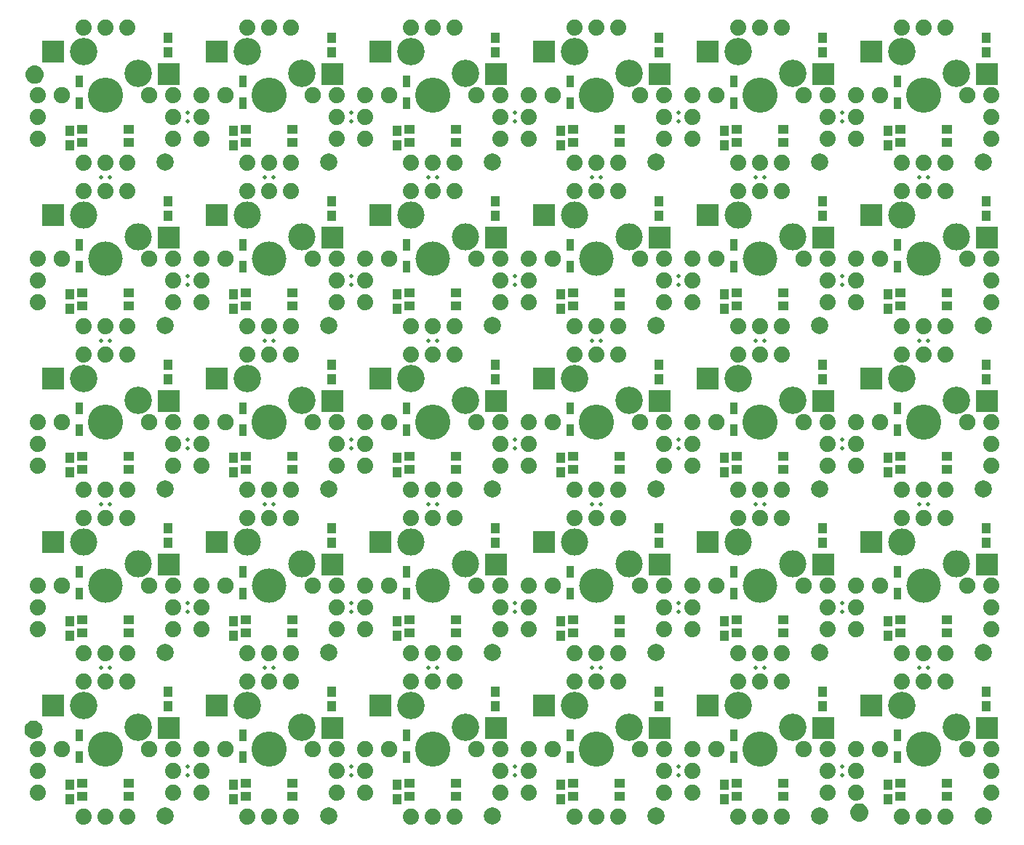
<source format=gbr>
G04 EAGLE Gerber RS-274X export*
G75*
%MOMM*%
%FSLAX34Y34*%
%LPD*%
%INSoldermask Top*%
%IPPOS*%
%AMOC8*
5,1,8,0,0,1.08239X$1,22.5*%
G01*
%ADD10C,0.501600*%
%ADD11R,2.651600X2.601600*%
%ADD12C,4.101600*%
%ADD13C,3.201600*%
%ADD14C,1.915100*%
%ADD15R,1.201600X1.001600*%
%ADD16R,1.101600X1.176600*%
%ADD17C,1.879600*%
%ADD18R,0.901600X1.451600*%
%ADD19C,2.000000*%
%ADD20C,4.001600*%
%ADD21C,3.165100*%

G36*
X-80758Y13650D02*
X-80758Y13650D01*
X-80715Y13662D01*
X-80649Y13669D01*
X-78966Y14120D01*
X-78925Y14139D01*
X-78862Y14158D01*
X-77282Y14895D01*
X-77245Y14921D01*
X-77186Y14950D01*
X-75758Y15950D01*
X-75727Y15982D01*
X-75674Y16021D01*
X-74441Y17254D01*
X-74416Y17290D01*
X-74370Y17338D01*
X-73370Y18766D01*
X-73352Y18807D01*
X-73315Y18862D01*
X-72578Y20442D01*
X-72567Y20485D01*
X-72540Y20546D01*
X-72089Y22229D01*
X-72087Y22261D01*
X-72080Y22282D01*
X-72080Y22297D01*
X-72070Y22338D01*
X-71918Y24075D01*
X-71922Y24119D01*
X-71918Y24185D01*
X-72070Y25922D01*
X-72082Y25965D01*
X-72089Y26031D01*
X-72540Y27714D01*
X-72559Y27755D01*
X-72578Y27818D01*
X-73315Y29398D01*
X-73341Y29435D01*
X-73370Y29494D01*
X-74370Y30922D01*
X-74402Y30953D01*
X-74441Y31006D01*
X-75674Y32239D01*
X-75710Y32264D01*
X-75758Y32310D01*
X-77186Y33310D01*
X-77227Y33328D01*
X-77282Y33365D01*
X-78862Y34102D01*
X-78905Y34113D01*
X-78966Y34140D01*
X-80649Y34591D01*
X-80694Y34594D01*
X-80758Y34610D01*
X-82495Y34762D01*
X-82539Y34758D01*
X-82605Y34762D01*
X-84342Y34610D01*
X-84385Y34598D01*
X-84451Y34591D01*
X-86134Y34140D01*
X-86175Y34121D01*
X-86238Y34102D01*
X-87818Y33365D01*
X-87855Y33339D01*
X-87914Y33310D01*
X-89342Y32310D01*
X-89373Y32278D01*
X-89426Y32239D01*
X-90659Y31006D01*
X-90684Y30970D01*
X-90730Y30922D01*
X-91730Y29494D01*
X-91748Y29453D01*
X-91785Y29398D01*
X-92522Y27818D01*
X-92533Y27775D01*
X-92560Y27714D01*
X-93011Y26031D01*
X-93014Y25986D01*
X-93030Y25922D01*
X-93182Y24185D01*
X-93178Y24141D01*
X-93182Y24075D01*
X-93030Y22338D01*
X-93018Y22295D01*
X-93014Y22261D01*
X-93014Y22245D01*
X-93012Y22240D01*
X-93011Y22229D01*
X-92560Y20546D01*
X-92541Y20505D01*
X-92522Y20442D01*
X-91785Y18862D01*
X-91759Y18825D01*
X-91730Y18766D01*
X-90730Y17338D01*
X-90698Y17307D01*
X-90659Y17254D01*
X-89426Y16021D01*
X-89390Y15996D01*
X-89342Y15950D01*
X-87914Y14950D01*
X-87873Y14932D01*
X-87818Y14895D01*
X-86238Y14158D01*
X-86195Y14147D01*
X-86134Y14120D01*
X-84451Y13669D01*
X-84406Y13666D01*
X-84342Y13650D01*
X-82605Y13498D01*
X-82561Y13502D01*
X-82495Y13498D01*
X-80758Y13650D01*
G37*
G36*
X-82028Y-749620D02*
X-82028Y-749620D01*
X-81985Y-749608D01*
X-81919Y-749601D01*
X-80236Y-749150D01*
X-80195Y-749131D01*
X-80132Y-749112D01*
X-78552Y-748375D01*
X-78515Y-748349D01*
X-78456Y-748320D01*
X-77028Y-747320D01*
X-76997Y-747288D01*
X-76944Y-747249D01*
X-75711Y-746016D01*
X-75686Y-745980D01*
X-75640Y-745932D01*
X-74640Y-744504D01*
X-74622Y-744463D01*
X-74585Y-744408D01*
X-73848Y-742828D01*
X-73837Y-742785D01*
X-73810Y-742724D01*
X-73359Y-741041D01*
X-73357Y-741009D01*
X-73350Y-740988D01*
X-73350Y-740973D01*
X-73340Y-740932D01*
X-73188Y-739195D01*
X-73192Y-739151D01*
X-73188Y-739085D01*
X-73340Y-737348D01*
X-73352Y-737305D01*
X-73359Y-737239D01*
X-73810Y-735556D01*
X-73829Y-735515D01*
X-73848Y-735452D01*
X-74585Y-733872D01*
X-74611Y-733835D01*
X-74640Y-733776D01*
X-75640Y-732348D01*
X-75672Y-732317D01*
X-75711Y-732264D01*
X-76944Y-731031D01*
X-76980Y-731006D01*
X-77028Y-730960D01*
X-78456Y-729960D01*
X-78497Y-729942D01*
X-78552Y-729905D01*
X-80132Y-729168D01*
X-80175Y-729157D01*
X-80236Y-729130D01*
X-81919Y-728679D01*
X-81964Y-728676D01*
X-82028Y-728660D01*
X-83765Y-728508D01*
X-83809Y-728512D01*
X-83875Y-728508D01*
X-85612Y-728660D01*
X-85655Y-728672D01*
X-85721Y-728679D01*
X-87404Y-729130D01*
X-87445Y-729149D01*
X-87508Y-729168D01*
X-89088Y-729905D01*
X-89125Y-729931D01*
X-89184Y-729960D01*
X-90612Y-730960D01*
X-90643Y-730992D01*
X-90696Y-731031D01*
X-91929Y-732264D01*
X-91954Y-732300D01*
X-92000Y-732348D01*
X-93000Y-733776D01*
X-93018Y-733817D01*
X-93055Y-733872D01*
X-93792Y-735452D01*
X-93803Y-735495D01*
X-93830Y-735556D01*
X-94281Y-737239D01*
X-94284Y-737284D01*
X-94300Y-737348D01*
X-94452Y-739085D01*
X-94448Y-739129D01*
X-94452Y-739195D01*
X-94300Y-740932D01*
X-94288Y-740975D01*
X-94284Y-741009D01*
X-94284Y-741025D01*
X-94282Y-741030D01*
X-94281Y-741041D01*
X-93830Y-742724D01*
X-93811Y-742765D01*
X-93792Y-742828D01*
X-93055Y-744408D01*
X-93029Y-744445D01*
X-93000Y-744504D01*
X-92000Y-745932D01*
X-91968Y-745963D01*
X-91929Y-746016D01*
X-90696Y-747249D01*
X-90660Y-747274D01*
X-90612Y-747320D01*
X-89184Y-748320D01*
X-89143Y-748338D01*
X-89088Y-748375D01*
X-87508Y-749112D01*
X-87465Y-749123D01*
X-87404Y-749150D01*
X-85721Y-749601D01*
X-85676Y-749604D01*
X-85612Y-749620D01*
X-83875Y-749772D01*
X-83831Y-749768D01*
X-83765Y-749772D01*
X-82028Y-749620D01*
G37*
G36*
X879362Y-846140D02*
X879362Y-846140D01*
X879405Y-846128D01*
X879471Y-846121D01*
X881154Y-845670D01*
X881195Y-845651D01*
X881258Y-845632D01*
X882838Y-844895D01*
X882875Y-844869D01*
X882934Y-844840D01*
X884362Y-843840D01*
X884393Y-843808D01*
X884446Y-843769D01*
X885679Y-842536D01*
X885704Y-842500D01*
X885750Y-842452D01*
X886750Y-841024D01*
X886768Y-840983D01*
X886805Y-840928D01*
X887542Y-839348D01*
X887553Y-839305D01*
X887580Y-839244D01*
X888031Y-837561D01*
X888033Y-837529D01*
X888040Y-837508D01*
X888040Y-837493D01*
X888050Y-837452D01*
X888202Y-835715D01*
X888198Y-835671D01*
X888202Y-835605D01*
X888050Y-833868D01*
X888038Y-833825D01*
X888031Y-833759D01*
X887580Y-832076D01*
X887561Y-832035D01*
X887542Y-831972D01*
X886805Y-830392D01*
X886779Y-830355D01*
X886750Y-830296D01*
X885750Y-828868D01*
X885718Y-828837D01*
X885679Y-828784D01*
X884446Y-827551D01*
X884410Y-827526D01*
X884362Y-827480D01*
X882934Y-826480D01*
X882893Y-826462D01*
X882838Y-826425D01*
X881258Y-825688D01*
X881215Y-825677D01*
X881154Y-825650D01*
X879471Y-825199D01*
X879426Y-825196D01*
X879362Y-825180D01*
X877625Y-825028D01*
X877581Y-825032D01*
X877515Y-825028D01*
X875778Y-825180D01*
X875735Y-825192D01*
X875669Y-825199D01*
X873986Y-825650D01*
X873945Y-825669D01*
X873882Y-825688D01*
X872302Y-826425D01*
X872265Y-826451D01*
X872206Y-826480D01*
X870778Y-827480D01*
X870747Y-827512D01*
X870694Y-827551D01*
X869461Y-828784D01*
X869436Y-828820D01*
X869390Y-828868D01*
X868390Y-830296D01*
X868372Y-830337D01*
X868335Y-830392D01*
X867598Y-831972D01*
X867587Y-832015D01*
X867560Y-832076D01*
X867109Y-833759D01*
X867106Y-833804D01*
X867090Y-833868D01*
X866938Y-835605D01*
X866942Y-835649D01*
X866938Y-835715D01*
X867090Y-837452D01*
X867102Y-837495D01*
X867106Y-837529D01*
X867106Y-837545D01*
X867108Y-837550D01*
X867109Y-837561D01*
X867560Y-839244D01*
X867579Y-839285D01*
X867598Y-839348D01*
X868335Y-840928D01*
X868361Y-840965D01*
X868390Y-841024D01*
X869390Y-842452D01*
X869422Y-842483D01*
X869461Y-842536D01*
X870694Y-843769D01*
X870730Y-843794D01*
X870778Y-843840D01*
X872206Y-844840D01*
X872247Y-844858D01*
X872302Y-844895D01*
X873882Y-845632D01*
X873925Y-845643D01*
X873986Y-845670D01*
X875669Y-846121D01*
X875714Y-846124D01*
X875778Y-846140D01*
X877515Y-846292D01*
X877559Y-846288D01*
X877625Y-846292D01*
X879362Y-846140D01*
G37*
D10*
X95250Y-30480D03*
X285750Y-30480D03*
X476250Y-30480D03*
X666750Y-30480D03*
X857250Y-30480D03*
X-5080Y-95250D03*
X5080Y-95250D03*
X185420Y-95250D03*
X195580Y-95250D03*
X375920Y-95250D03*
X386080Y-95250D03*
X566420Y-95250D03*
X576580Y-95250D03*
X756920Y-95250D03*
X767080Y-95250D03*
X947420Y-95250D03*
X957580Y-95250D03*
X95250Y-210820D03*
X95250Y-220980D03*
X285750Y-210820D03*
X285750Y-220980D03*
X476250Y-210820D03*
X476250Y-220980D03*
X666750Y-210820D03*
X666750Y-220980D03*
X857250Y-210820D03*
X857250Y-220980D03*
X-5080Y-285750D03*
X5080Y-285750D03*
X185420Y-285750D03*
X195580Y-285750D03*
X375920Y-285750D03*
X386080Y-285750D03*
X566420Y-285750D03*
X576580Y-285750D03*
X756920Y-285750D03*
X767080Y-285750D03*
X947420Y-285750D03*
X957580Y-285750D03*
X95250Y-401320D03*
X95250Y-411480D03*
X285750Y-401320D03*
X285750Y-411480D03*
X476250Y-401320D03*
X476250Y-411480D03*
X666750Y-401320D03*
X666750Y-411480D03*
X857250Y-401320D03*
X857250Y-411480D03*
X-5080Y-476250D03*
X5080Y-476250D03*
X185420Y-476250D03*
X195580Y-476250D03*
X375920Y-476250D03*
X386080Y-476250D03*
X566420Y-476250D03*
X576580Y-476250D03*
X756920Y-476250D03*
X767080Y-476250D03*
X947420Y-476250D03*
X957580Y-476250D03*
X95250Y-591820D03*
X95250Y-601980D03*
X285750Y-591820D03*
X285750Y-601980D03*
X476250Y-591820D03*
X476250Y-601980D03*
X666750Y-591820D03*
X666750Y-601980D03*
X857250Y-591820D03*
X857250Y-601980D03*
X-5080Y-666750D03*
X5080Y-666750D03*
X185420Y-666750D03*
X195580Y-666750D03*
X375920Y-666750D03*
X386080Y-666750D03*
X566420Y-666750D03*
X576580Y-666750D03*
X756920Y-666750D03*
X767080Y-666750D03*
X947420Y-666750D03*
X957580Y-666750D03*
X95250Y-782320D03*
X95250Y-792480D03*
X285750Y-782320D03*
X285750Y-792480D03*
X476250Y-782320D03*
X476250Y-792480D03*
X666750Y-782320D03*
X666750Y-792480D03*
X857250Y-782320D03*
X857250Y-792480D03*
X857250Y-20320D03*
X666750Y-20320D03*
X476250Y-20320D03*
X285750Y-20320D03*
X95250Y-20320D03*
D11*
X-60900Y50800D03*
X73600Y25000D03*
D12*
X0Y0D03*
D13*
X-25400Y50800D03*
X38100Y25400D03*
D14*
X-50800Y0D03*
X50800Y0D03*
D15*
X-27000Y-54490D03*
X-27000Y-39490D03*
X27000Y-54490D03*
X27000Y-39490D03*
D16*
X-41910Y-41030D03*
X-41910Y-58030D03*
D17*
X-25400Y78740D03*
X78740Y-50800D03*
X-78740Y-25400D03*
X78740Y0D03*
X-25400Y-78740D03*
X-78740Y-50800D03*
X78740Y-25400D03*
X-78740Y0D03*
X25400Y78740D03*
X25400Y-78740D03*
X0Y78740D03*
X0Y-78740D03*
D18*
X-30480Y-8890D03*
X-30480Y16510D03*
D16*
X72390Y66920D03*
X72390Y49920D03*
D19*
X69000Y-78000D03*
D11*
X129600Y50800D03*
X264100Y25000D03*
D12*
X190500Y0D03*
D13*
X165100Y50800D03*
X228600Y25400D03*
D14*
X139700Y0D03*
X241300Y0D03*
D15*
X163500Y-54490D03*
X163500Y-39490D03*
X217500Y-54490D03*
X217500Y-39490D03*
D16*
X148590Y-41030D03*
X148590Y-58030D03*
D17*
X165100Y78740D03*
X269240Y-50800D03*
X111760Y-25400D03*
X269240Y0D03*
X165100Y-78740D03*
X111760Y-50800D03*
X269240Y-25400D03*
X111760Y0D03*
X215900Y78740D03*
X215900Y-78740D03*
X190500Y78740D03*
X190500Y-78740D03*
D18*
X160020Y-8890D03*
X160020Y16510D03*
D16*
X262890Y66920D03*
X262890Y49920D03*
D19*
X259500Y-78000D03*
D11*
X320100Y50800D03*
X454600Y25000D03*
D12*
X381000Y0D03*
D13*
X355600Y50800D03*
X419100Y25400D03*
D14*
X330200Y0D03*
X431800Y0D03*
D15*
X354000Y-54490D03*
X354000Y-39490D03*
X408000Y-54490D03*
X408000Y-39490D03*
D16*
X339090Y-41030D03*
X339090Y-58030D03*
D17*
X355600Y78740D03*
X459740Y-50800D03*
X302260Y-25400D03*
X459740Y0D03*
X355600Y-78740D03*
X302260Y-50800D03*
X459740Y-25400D03*
X302260Y0D03*
X406400Y78740D03*
X406400Y-78740D03*
X381000Y78740D03*
X381000Y-78740D03*
D18*
X350520Y-8890D03*
X350520Y16510D03*
D16*
X453390Y66920D03*
X453390Y49920D03*
D19*
X450000Y-78000D03*
D11*
X510600Y50800D03*
X645100Y25000D03*
D12*
X571500Y0D03*
D13*
X546100Y50800D03*
X609600Y25400D03*
D14*
X520700Y0D03*
X622300Y0D03*
D15*
X544500Y-54490D03*
X544500Y-39490D03*
X598500Y-54490D03*
X598500Y-39490D03*
D16*
X529590Y-41030D03*
X529590Y-58030D03*
D17*
X546100Y78740D03*
X650240Y-50800D03*
X492760Y-25400D03*
X650240Y0D03*
X546100Y-78740D03*
X492760Y-50800D03*
X650240Y-25400D03*
X492760Y0D03*
X596900Y78740D03*
X596900Y-78740D03*
X571500Y78740D03*
X571500Y-78740D03*
D18*
X541020Y-8890D03*
X541020Y16510D03*
D16*
X643890Y66920D03*
X643890Y49920D03*
D19*
X640500Y-78000D03*
D11*
X701100Y50800D03*
X835600Y25000D03*
D12*
X762000Y0D03*
D13*
X736600Y50800D03*
X800100Y25400D03*
D14*
X711200Y0D03*
X812800Y0D03*
D15*
X735000Y-54490D03*
X735000Y-39490D03*
X789000Y-54490D03*
X789000Y-39490D03*
D16*
X720090Y-41030D03*
X720090Y-58030D03*
D17*
X736600Y78740D03*
X840740Y-50800D03*
X683260Y-25400D03*
X840740Y0D03*
X736600Y-78740D03*
X683260Y-50800D03*
X840740Y-25400D03*
X683260Y0D03*
X787400Y78740D03*
X787400Y-78740D03*
X762000Y78740D03*
X762000Y-78740D03*
D18*
X731520Y-8890D03*
X731520Y16510D03*
D16*
X834390Y66920D03*
X834390Y49920D03*
D19*
X831000Y-78000D03*
D11*
X891600Y50800D03*
X1026100Y25000D03*
D12*
X952500Y0D03*
D13*
X927100Y50800D03*
X990600Y25400D03*
D14*
X901700Y0D03*
X1003300Y0D03*
D15*
X925500Y-54490D03*
X925500Y-39490D03*
X979500Y-54490D03*
X979500Y-39490D03*
D16*
X910590Y-41030D03*
X910590Y-58030D03*
D17*
X927100Y78740D03*
X1031240Y-50800D03*
X873760Y-25400D03*
X1031240Y0D03*
X927100Y-78740D03*
X873760Y-50800D03*
X1031240Y-25400D03*
X873760Y0D03*
X977900Y78740D03*
X977900Y-78740D03*
X952500Y78740D03*
X952500Y-78740D03*
D18*
X922020Y-8890D03*
X922020Y16510D03*
D16*
X1024890Y66920D03*
X1024890Y49920D03*
D19*
X1021500Y-78000D03*
D11*
X-60900Y-139700D03*
X73600Y-165500D03*
D20*
X0Y-190500D03*
D21*
X-25400Y-139700D03*
X38100Y-165100D03*
D14*
X-50800Y-190500D03*
X50800Y-190500D03*
D15*
X-27000Y-244990D03*
X-27000Y-229990D03*
X27000Y-244990D03*
X27000Y-229990D03*
D16*
X-41910Y-231530D03*
X-41910Y-248530D03*
D17*
X-25400Y-111760D03*
X78740Y-241300D03*
X78740Y-215900D03*
X78740Y-190500D03*
X-25400Y-269240D03*
X-78740Y-241300D03*
X-78740Y-215900D03*
X-78740Y-190500D03*
X25400Y-111760D03*
X25400Y-269240D03*
X0Y-111760D03*
X0Y-269240D03*
D18*
X-30480Y-199390D03*
X-30480Y-173990D03*
D16*
X72390Y-123580D03*
X72390Y-140580D03*
D19*
X69000Y-268500D03*
D11*
X129600Y-139700D03*
X264100Y-165500D03*
D20*
X190500Y-190500D03*
D21*
X165100Y-139700D03*
X228600Y-165100D03*
D14*
X139700Y-190500D03*
X241300Y-190500D03*
D15*
X163500Y-244990D03*
X163500Y-229990D03*
X217500Y-244990D03*
X217500Y-229990D03*
D16*
X148590Y-231530D03*
X148590Y-248530D03*
D17*
X165100Y-111760D03*
X269240Y-241300D03*
X269240Y-215900D03*
X269240Y-190500D03*
X165100Y-269240D03*
X111760Y-241300D03*
X111760Y-215900D03*
X111760Y-190500D03*
X215900Y-111760D03*
X215900Y-269240D03*
X190500Y-111760D03*
X190500Y-269240D03*
D18*
X160020Y-199390D03*
X160020Y-173990D03*
D16*
X262890Y-123580D03*
X262890Y-140580D03*
D19*
X259500Y-268500D03*
D11*
X320100Y-139700D03*
X454600Y-165500D03*
D20*
X381000Y-190500D03*
D21*
X355600Y-139700D03*
X419100Y-165100D03*
D14*
X330200Y-190500D03*
X431800Y-190500D03*
D15*
X354000Y-244990D03*
X354000Y-229990D03*
X408000Y-244990D03*
X408000Y-229990D03*
D16*
X339090Y-231530D03*
X339090Y-248530D03*
D17*
X355600Y-111760D03*
X459740Y-241300D03*
X459740Y-215900D03*
X459740Y-190500D03*
X355600Y-269240D03*
X302260Y-241300D03*
X302260Y-215900D03*
X302260Y-190500D03*
X406400Y-111760D03*
X406400Y-269240D03*
X381000Y-111760D03*
X381000Y-269240D03*
D18*
X350520Y-199390D03*
X350520Y-173990D03*
D16*
X453390Y-123580D03*
X453390Y-140580D03*
D19*
X450000Y-268500D03*
D11*
X510600Y-139700D03*
X645100Y-165500D03*
D20*
X571500Y-190500D03*
D21*
X546100Y-139700D03*
X609600Y-165100D03*
D14*
X520700Y-190500D03*
X622300Y-190500D03*
D15*
X544500Y-244990D03*
X544500Y-229990D03*
X598500Y-244990D03*
X598500Y-229990D03*
D16*
X529590Y-231530D03*
X529590Y-248530D03*
D17*
X546100Y-111760D03*
X650240Y-241300D03*
X650240Y-215900D03*
X650240Y-190500D03*
X546100Y-269240D03*
X492760Y-241300D03*
X492760Y-215900D03*
X492760Y-190500D03*
X596900Y-111760D03*
X596900Y-269240D03*
X571500Y-111760D03*
X571500Y-269240D03*
D18*
X541020Y-199390D03*
X541020Y-173990D03*
D16*
X643890Y-123580D03*
X643890Y-140580D03*
D19*
X640500Y-268500D03*
D11*
X701100Y-139700D03*
X835600Y-165500D03*
D20*
X762000Y-190500D03*
D21*
X736600Y-139700D03*
X800100Y-165100D03*
D14*
X711200Y-190500D03*
X812800Y-190500D03*
D15*
X735000Y-244990D03*
X735000Y-229990D03*
X789000Y-244990D03*
X789000Y-229990D03*
D16*
X720090Y-231530D03*
X720090Y-248530D03*
D17*
X736600Y-111760D03*
X840740Y-241300D03*
X840740Y-215900D03*
X840740Y-190500D03*
X736600Y-269240D03*
X683260Y-241300D03*
X683260Y-215900D03*
X683260Y-190500D03*
X787400Y-111760D03*
X787400Y-269240D03*
X762000Y-111760D03*
X762000Y-269240D03*
D18*
X731520Y-199390D03*
X731520Y-173990D03*
D16*
X834390Y-123580D03*
X834390Y-140580D03*
D19*
X831000Y-268500D03*
D11*
X891600Y-139700D03*
X1026100Y-165500D03*
D20*
X952500Y-190500D03*
D21*
X927100Y-139700D03*
X990600Y-165100D03*
D14*
X901700Y-190500D03*
X1003300Y-190500D03*
D15*
X925500Y-244990D03*
X925500Y-229990D03*
X979500Y-244990D03*
X979500Y-229990D03*
D16*
X910590Y-231530D03*
X910590Y-248530D03*
D17*
X927100Y-111760D03*
X1031240Y-241300D03*
X1031240Y-215900D03*
X1031240Y-190500D03*
X927100Y-269240D03*
X873760Y-241300D03*
X873760Y-215900D03*
X873760Y-190500D03*
X977900Y-111760D03*
X977900Y-269240D03*
X952500Y-111760D03*
X952500Y-269240D03*
D18*
X922020Y-199390D03*
X922020Y-173990D03*
D16*
X1024890Y-123580D03*
X1024890Y-140580D03*
D19*
X1021500Y-268500D03*
D11*
X-60900Y-330200D03*
X73600Y-356000D03*
D12*
X0Y-381000D03*
D13*
X-25400Y-330200D03*
X38100Y-355600D03*
D14*
X-50800Y-381000D03*
X50800Y-381000D03*
D15*
X-27000Y-435490D03*
X-27000Y-420490D03*
X27000Y-435490D03*
X27000Y-420490D03*
D16*
X-41910Y-422030D03*
X-41910Y-439030D03*
D17*
X-25400Y-302260D03*
X78740Y-431800D03*
X-78740Y-406400D03*
X78740Y-381000D03*
X-25400Y-459740D03*
X-78740Y-431800D03*
X78740Y-406400D03*
X-78740Y-381000D03*
X25400Y-302260D03*
X25400Y-459740D03*
X0Y-302260D03*
X0Y-459740D03*
D18*
X-30480Y-389890D03*
X-30480Y-364490D03*
D16*
X72390Y-314080D03*
X72390Y-331080D03*
D19*
X69000Y-459000D03*
D11*
X129600Y-330200D03*
X264100Y-356000D03*
D12*
X190500Y-381000D03*
D13*
X165100Y-330200D03*
X228600Y-355600D03*
D14*
X139700Y-381000D03*
X241300Y-381000D03*
D15*
X163500Y-435490D03*
X163500Y-420490D03*
X217500Y-435490D03*
X217500Y-420490D03*
D16*
X148590Y-422030D03*
X148590Y-439030D03*
D17*
X165100Y-302260D03*
X269240Y-431800D03*
X111760Y-406400D03*
X269240Y-381000D03*
X165100Y-459740D03*
X111760Y-431800D03*
X269240Y-406400D03*
X111760Y-381000D03*
X215900Y-302260D03*
X215900Y-459740D03*
X190500Y-302260D03*
X190500Y-459740D03*
D18*
X160020Y-389890D03*
X160020Y-364490D03*
D16*
X262890Y-314080D03*
X262890Y-331080D03*
D19*
X259500Y-459000D03*
D11*
X320100Y-330200D03*
X454600Y-356000D03*
D12*
X381000Y-381000D03*
D13*
X355600Y-330200D03*
X419100Y-355600D03*
D14*
X330200Y-381000D03*
X431800Y-381000D03*
D15*
X354000Y-435490D03*
X354000Y-420490D03*
X408000Y-435490D03*
X408000Y-420490D03*
D16*
X339090Y-422030D03*
X339090Y-439030D03*
D17*
X355600Y-302260D03*
X459740Y-431800D03*
X302260Y-406400D03*
X459740Y-381000D03*
X355600Y-459740D03*
X302260Y-431800D03*
X459740Y-406400D03*
X302260Y-381000D03*
X406400Y-302260D03*
X406400Y-459740D03*
X381000Y-302260D03*
X381000Y-459740D03*
D18*
X350520Y-389890D03*
X350520Y-364490D03*
D16*
X453390Y-314080D03*
X453390Y-331080D03*
D19*
X450000Y-459000D03*
D11*
X510600Y-330200D03*
X645100Y-356000D03*
D12*
X571500Y-381000D03*
D13*
X546100Y-330200D03*
X609600Y-355600D03*
D14*
X520700Y-381000D03*
X622300Y-381000D03*
D15*
X544500Y-435490D03*
X544500Y-420490D03*
X598500Y-435490D03*
X598500Y-420490D03*
D16*
X529590Y-422030D03*
X529590Y-439030D03*
D17*
X546100Y-302260D03*
X650240Y-431800D03*
X492760Y-406400D03*
X650240Y-381000D03*
X546100Y-459740D03*
X492760Y-431800D03*
X650240Y-406400D03*
X492760Y-381000D03*
X596900Y-302260D03*
X596900Y-459740D03*
X571500Y-302260D03*
X571500Y-459740D03*
D18*
X541020Y-389890D03*
X541020Y-364490D03*
D16*
X643890Y-314080D03*
X643890Y-331080D03*
D19*
X640500Y-459000D03*
D11*
X701100Y-330200D03*
X835600Y-356000D03*
D12*
X762000Y-381000D03*
D13*
X736600Y-330200D03*
X800100Y-355600D03*
D14*
X711200Y-381000D03*
X812800Y-381000D03*
D15*
X735000Y-435490D03*
X735000Y-420490D03*
X789000Y-435490D03*
X789000Y-420490D03*
D16*
X720090Y-422030D03*
X720090Y-439030D03*
D17*
X736600Y-302260D03*
X840740Y-431800D03*
X683260Y-406400D03*
X840740Y-381000D03*
X736600Y-459740D03*
X683260Y-431800D03*
X840740Y-406400D03*
X683260Y-381000D03*
X787400Y-302260D03*
X787400Y-459740D03*
X762000Y-302260D03*
X762000Y-459740D03*
D18*
X731520Y-389890D03*
X731520Y-364490D03*
D16*
X834390Y-314080D03*
X834390Y-331080D03*
D19*
X831000Y-459000D03*
D11*
X891600Y-330200D03*
X1026100Y-356000D03*
D12*
X952500Y-381000D03*
D13*
X927100Y-330200D03*
X990600Y-355600D03*
D14*
X901700Y-381000D03*
X1003300Y-381000D03*
D15*
X925500Y-435490D03*
X925500Y-420490D03*
X979500Y-435490D03*
X979500Y-420490D03*
D16*
X910590Y-422030D03*
X910590Y-439030D03*
D17*
X927100Y-302260D03*
X1031240Y-431800D03*
X873760Y-406400D03*
X1031240Y-381000D03*
X927100Y-459740D03*
X873760Y-431800D03*
X1031240Y-406400D03*
X873760Y-381000D03*
X977900Y-302260D03*
X977900Y-459740D03*
X952500Y-302260D03*
X952500Y-459740D03*
D18*
X922020Y-389890D03*
X922020Y-364490D03*
D16*
X1024890Y-314080D03*
X1024890Y-331080D03*
D19*
X1021500Y-459000D03*
D11*
X-60900Y-520700D03*
X73600Y-546500D03*
D20*
X0Y-571500D03*
D21*
X-25400Y-520700D03*
X38100Y-546100D03*
D14*
X-50800Y-571500D03*
X50800Y-571500D03*
D15*
X-27000Y-625990D03*
X-27000Y-610990D03*
X27000Y-625990D03*
X27000Y-610990D03*
D16*
X-41910Y-612530D03*
X-41910Y-629530D03*
D17*
X-25400Y-492760D03*
X78740Y-622300D03*
X78740Y-596900D03*
X78740Y-571500D03*
X-25400Y-650240D03*
X-78740Y-622300D03*
X-78740Y-596900D03*
X-78740Y-571500D03*
X25400Y-492760D03*
X25400Y-650240D03*
X0Y-492760D03*
X0Y-650240D03*
D18*
X-30480Y-580390D03*
X-30480Y-554990D03*
D16*
X72390Y-504580D03*
X72390Y-521580D03*
D19*
X69000Y-649500D03*
D11*
X129600Y-520700D03*
X264100Y-546500D03*
D20*
X190500Y-571500D03*
D21*
X165100Y-520700D03*
X228600Y-546100D03*
D14*
X139700Y-571500D03*
X241300Y-571500D03*
D15*
X163500Y-625990D03*
X163500Y-610990D03*
X217500Y-625990D03*
X217500Y-610990D03*
D16*
X148590Y-612530D03*
X148590Y-629530D03*
D17*
X165100Y-492760D03*
X269240Y-622300D03*
X269240Y-596900D03*
X269240Y-571500D03*
X165100Y-650240D03*
X111760Y-622300D03*
X111760Y-596900D03*
X111760Y-571500D03*
X215900Y-492760D03*
X215900Y-650240D03*
X190500Y-492760D03*
X190500Y-650240D03*
D18*
X160020Y-580390D03*
X160020Y-554990D03*
D16*
X262890Y-504580D03*
X262890Y-521580D03*
D19*
X259500Y-649500D03*
D11*
X320100Y-520700D03*
X454600Y-546500D03*
D20*
X381000Y-571500D03*
D21*
X355600Y-520700D03*
X419100Y-546100D03*
D14*
X330200Y-571500D03*
X431800Y-571500D03*
D15*
X354000Y-625990D03*
X354000Y-610990D03*
X408000Y-625990D03*
X408000Y-610990D03*
D16*
X339090Y-612530D03*
X339090Y-629530D03*
D17*
X355600Y-492760D03*
X459740Y-622300D03*
X459740Y-596900D03*
X459740Y-571500D03*
X355600Y-650240D03*
X302260Y-622300D03*
X302260Y-596900D03*
X302260Y-571500D03*
X406400Y-492760D03*
X406400Y-650240D03*
X381000Y-492760D03*
X381000Y-650240D03*
D18*
X350520Y-580390D03*
X350520Y-554990D03*
D16*
X453390Y-504580D03*
X453390Y-521580D03*
D19*
X450000Y-649500D03*
D11*
X510600Y-520700D03*
X645100Y-546500D03*
D20*
X571500Y-571500D03*
D21*
X546100Y-520700D03*
X609600Y-546100D03*
D14*
X520700Y-571500D03*
X622300Y-571500D03*
D15*
X544500Y-625990D03*
X544500Y-610990D03*
X598500Y-625990D03*
X598500Y-610990D03*
D16*
X529590Y-612530D03*
X529590Y-629530D03*
D17*
X546100Y-492760D03*
X650240Y-622300D03*
X650240Y-596900D03*
X650240Y-571500D03*
X546100Y-650240D03*
X492760Y-622300D03*
X492760Y-596900D03*
X492760Y-571500D03*
X596900Y-492760D03*
X596900Y-650240D03*
X571500Y-492760D03*
X571500Y-650240D03*
D18*
X541020Y-580390D03*
X541020Y-554990D03*
D16*
X643890Y-504580D03*
X643890Y-521580D03*
D19*
X640500Y-649500D03*
D11*
X701100Y-520700D03*
X835600Y-546500D03*
D20*
X762000Y-571500D03*
D21*
X736600Y-520700D03*
X800100Y-546100D03*
D14*
X711200Y-571500D03*
X812800Y-571500D03*
D15*
X735000Y-625990D03*
X735000Y-610990D03*
X789000Y-625990D03*
X789000Y-610990D03*
D16*
X720090Y-612530D03*
X720090Y-629530D03*
D17*
X736600Y-492760D03*
X840740Y-622300D03*
X840740Y-596900D03*
X840740Y-571500D03*
X736600Y-650240D03*
X683260Y-622300D03*
X683260Y-596900D03*
X683260Y-571500D03*
X787400Y-492760D03*
X787400Y-650240D03*
X762000Y-492760D03*
X762000Y-650240D03*
D18*
X731520Y-580390D03*
X731520Y-554990D03*
D16*
X834390Y-504580D03*
X834390Y-521580D03*
D19*
X831000Y-649500D03*
D11*
X891600Y-520700D03*
X1026100Y-546500D03*
D20*
X952500Y-571500D03*
D21*
X927100Y-520700D03*
X990600Y-546100D03*
D14*
X901700Y-571500D03*
X1003300Y-571500D03*
D15*
X925500Y-625990D03*
X925500Y-610990D03*
X979500Y-625990D03*
X979500Y-610990D03*
D16*
X910590Y-612530D03*
X910590Y-629530D03*
D17*
X927100Y-492760D03*
X1031240Y-622300D03*
X1031240Y-596900D03*
X1031240Y-571500D03*
X927100Y-650240D03*
X873760Y-622300D03*
X873760Y-596900D03*
X873760Y-571500D03*
X977900Y-492760D03*
X977900Y-650240D03*
X952500Y-492760D03*
X952500Y-650240D03*
D18*
X922020Y-580390D03*
X922020Y-554990D03*
D16*
X1024890Y-504580D03*
X1024890Y-521580D03*
D19*
X1021500Y-649500D03*
D11*
X-60900Y-711200D03*
X73600Y-737000D03*
D12*
X0Y-762000D03*
D13*
X-25400Y-711200D03*
X38100Y-736600D03*
D14*
X-50800Y-762000D03*
X50800Y-762000D03*
D15*
X-27000Y-816490D03*
X-27000Y-801490D03*
X27000Y-816490D03*
X27000Y-801490D03*
D16*
X-41910Y-803030D03*
X-41910Y-820030D03*
D17*
X-25400Y-683260D03*
X78740Y-812800D03*
X-78740Y-787400D03*
X78740Y-762000D03*
X-25400Y-840740D03*
X-78740Y-812800D03*
X78740Y-787400D03*
X-78740Y-762000D03*
X25400Y-683260D03*
X25400Y-840740D03*
X0Y-683260D03*
X0Y-840740D03*
D18*
X-30480Y-770890D03*
X-30480Y-745490D03*
D16*
X72390Y-695080D03*
X72390Y-712080D03*
D19*
X69000Y-840000D03*
D11*
X129600Y-711200D03*
X264100Y-737000D03*
D12*
X190500Y-762000D03*
D13*
X165100Y-711200D03*
X228600Y-736600D03*
D14*
X139700Y-762000D03*
X241300Y-762000D03*
D15*
X163500Y-816490D03*
X163500Y-801490D03*
X217500Y-816490D03*
X217500Y-801490D03*
D16*
X148590Y-803030D03*
X148590Y-820030D03*
D17*
X165100Y-683260D03*
X269240Y-812800D03*
X111760Y-787400D03*
X269240Y-762000D03*
X165100Y-840740D03*
X111760Y-812800D03*
X269240Y-787400D03*
X111760Y-762000D03*
X215900Y-683260D03*
X215900Y-840740D03*
X190500Y-683260D03*
X190500Y-840740D03*
D18*
X160020Y-770890D03*
X160020Y-745490D03*
D16*
X262890Y-695080D03*
X262890Y-712080D03*
D19*
X259500Y-840000D03*
D11*
X320100Y-711200D03*
X454600Y-737000D03*
D12*
X381000Y-762000D03*
D13*
X355600Y-711200D03*
X419100Y-736600D03*
D14*
X330200Y-762000D03*
X431800Y-762000D03*
D15*
X354000Y-816490D03*
X354000Y-801490D03*
X408000Y-816490D03*
X408000Y-801490D03*
D16*
X339090Y-803030D03*
X339090Y-820030D03*
D17*
X355600Y-683260D03*
X459740Y-812800D03*
X302260Y-787400D03*
X459740Y-762000D03*
X355600Y-840740D03*
X302260Y-812800D03*
X459740Y-787400D03*
X302260Y-762000D03*
X406400Y-683260D03*
X406400Y-840740D03*
X381000Y-683260D03*
X381000Y-840740D03*
D18*
X350520Y-770890D03*
X350520Y-745490D03*
D16*
X453390Y-695080D03*
X453390Y-712080D03*
D19*
X450000Y-840000D03*
D11*
X510600Y-711200D03*
X645100Y-737000D03*
D12*
X571500Y-762000D03*
D13*
X546100Y-711200D03*
X609600Y-736600D03*
D14*
X520700Y-762000D03*
X622300Y-762000D03*
D15*
X544500Y-816490D03*
X544500Y-801490D03*
X598500Y-816490D03*
X598500Y-801490D03*
D16*
X529590Y-803030D03*
X529590Y-820030D03*
D17*
X546100Y-683260D03*
X650240Y-812800D03*
X492760Y-787400D03*
X650240Y-762000D03*
X546100Y-840740D03*
X492760Y-812800D03*
X650240Y-787400D03*
X492760Y-762000D03*
X596900Y-683260D03*
X596900Y-840740D03*
X571500Y-683260D03*
X571500Y-840740D03*
D18*
X541020Y-770890D03*
X541020Y-745490D03*
D16*
X643890Y-695080D03*
X643890Y-712080D03*
D19*
X640500Y-840000D03*
D11*
X701100Y-711200D03*
X835600Y-737000D03*
D12*
X762000Y-762000D03*
D13*
X736600Y-711200D03*
X800100Y-736600D03*
D14*
X711200Y-762000D03*
X812800Y-762000D03*
D15*
X735000Y-816490D03*
X735000Y-801490D03*
X789000Y-816490D03*
X789000Y-801490D03*
D16*
X720090Y-803030D03*
X720090Y-820030D03*
D17*
X736600Y-683260D03*
X840740Y-812800D03*
X683260Y-787400D03*
X840740Y-762000D03*
X736600Y-840740D03*
X683260Y-812800D03*
X840740Y-787400D03*
X683260Y-762000D03*
X787400Y-683260D03*
X787400Y-840740D03*
X762000Y-683260D03*
X762000Y-840740D03*
D18*
X731520Y-770890D03*
X731520Y-745490D03*
D16*
X834390Y-695080D03*
X834390Y-712080D03*
D19*
X831000Y-840000D03*
D11*
X891600Y-711200D03*
X1026100Y-737000D03*
D12*
X952500Y-762000D03*
D13*
X927100Y-711200D03*
X990600Y-736600D03*
D14*
X901700Y-762000D03*
X1003300Y-762000D03*
D15*
X925500Y-816490D03*
X925500Y-801490D03*
X979500Y-816490D03*
X979500Y-801490D03*
D16*
X910590Y-803030D03*
X910590Y-820030D03*
D17*
X927100Y-683260D03*
X1031240Y-812800D03*
X873760Y-787400D03*
X1031240Y-762000D03*
X927100Y-840740D03*
X873760Y-812800D03*
X1031240Y-787400D03*
X873760Y-762000D03*
X977900Y-683260D03*
X977900Y-840740D03*
X952500Y-683260D03*
X952500Y-840740D03*
D18*
X922020Y-770890D03*
X922020Y-745490D03*
D16*
X1024890Y-695080D03*
X1024890Y-712080D03*
D19*
X1021500Y-840000D03*
M02*

</source>
